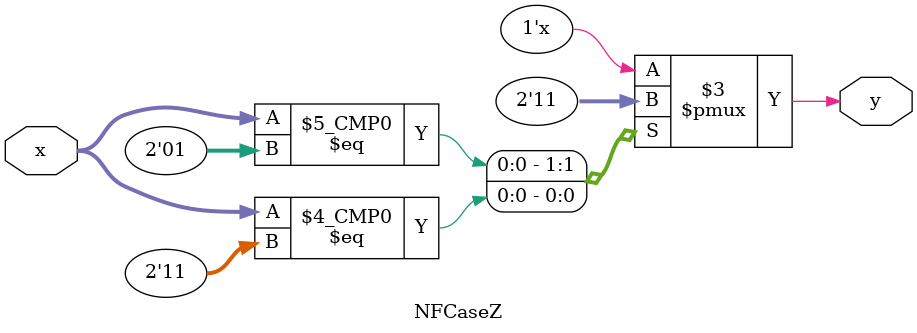
<source format=v>
module NFCaseZ (
   input [1:0] x,
   output y
);
    always @(x) begin
        casez (x)
            2'b01: y = 1;
            2'b11: y = 1;
        endcase
    end
endmodule
</source>
